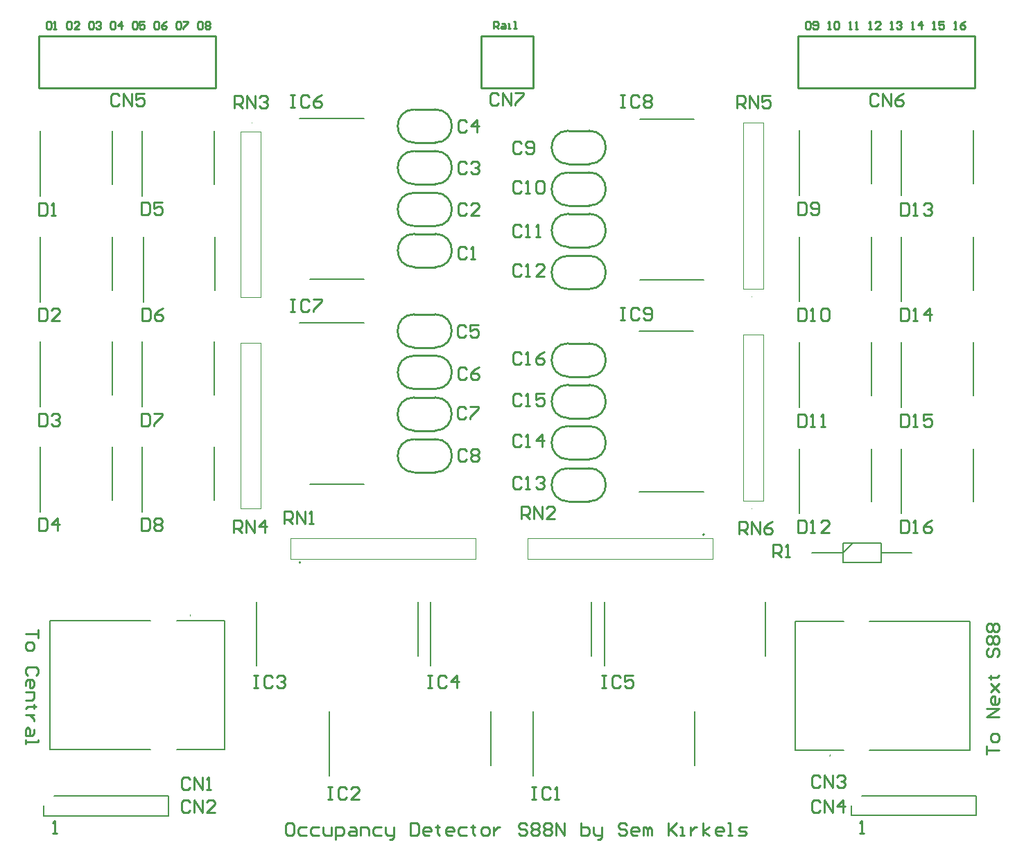
<source format=gbr>
G04*
G04 #@! TF.GenerationSoftware,Altium Limited,Altium Designer,23.7.1 (13)*
G04*
G04 Layer_Color=65535*
%FSLAX44Y44*%
%MOMM*%
G71*
G04*
G04 #@! TF.SameCoordinates,0CFD8679-3099-4179-8082-645FB237851B*
G04*
G04*
G04 #@! TF.FilePolarity,Positive*
G04*
G01*
G75*
%ADD10C,0.2540*%
%ADD11C,0.2000*%
%ADD12C,0.1000*%
D10*
X769620Y705302D02*
G03*
X769620Y745941I0J20320D01*
G01*
X744220D02*
G03*
X744220Y705302I0J-20320D01*
G01*
X769620Y807261D02*
G03*
X769620Y847901I0J20320D01*
G01*
X744220D02*
G03*
X744220Y807261I0J-20320D01*
G01*
X769438Y756281D02*
G03*
X769438Y796921I0J20320D01*
G01*
X744038D02*
G03*
X744038Y756281I0J-20320D01*
G01*
X769438Y857875D02*
G03*
X769438Y898515I0J20320D01*
G01*
X744038D02*
G03*
X744038Y857875I0J-20320D01*
G01*
X932180Y710403D02*
G03*
X932180Y669763I0J-20320D01*
G01*
X957580D02*
G03*
X957580Y710403I0J20320D01*
G01*
X932180Y761839D02*
G03*
X932180Y721199I0J-20320D01*
G01*
X957580D02*
G03*
X957580Y761839I0J20320D01*
G01*
X932180Y812261D02*
G03*
X932180Y771621I0J-20320D01*
G01*
X957580D02*
G03*
X957580Y812261I0J20320D01*
G01*
X932180Y862936D02*
G03*
X932180Y822296I0J-20320D01*
G01*
X957580D02*
G03*
X957580Y862936I0J20320D01*
G01*
X932180Y1122829D02*
G03*
X932180Y1082189I0J-20320D01*
G01*
X957580D02*
G03*
X957580Y1122829I0J20320D01*
G01*
X932180Y1071932D02*
G03*
X932180Y1031292I0J-20320D01*
G01*
X957580D02*
G03*
X957580Y1071932I0J20320D01*
G01*
X932180Y1021320D02*
G03*
X932180Y980680I0J-20320D01*
G01*
X957580D02*
G03*
X957580Y1021320I0J20320D01*
G01*
X932180Y969997D02*
G03*
X932180Y929357I0J-20320D01*
G01*
X957580D02*
G03*
X957580Y969997I0J20320D01*
G01*
X769620Y1108260D02*
G03*
X769620Y1148900I0J20320D01*
G01*
X744220D02*
G03*
X744220Y1108260I0J-20320D01*
G01*
Y1047048D02*
G03*
X744220Y1006408I0J-20320D01*
G01*
X769620D02*
G03*
X769620Y1047048I0J20320D01*
G01*
X744220Y1098117D02*
G03*
X744220Y1057477I0J-20320D01*
G01*
X769620D02*
G03*
X769620Y1098117I0J20320D01*
G01*
X744220Y996792D02*
G03*
X744220Y956152I0J-20320D01*
G01*
X769620D02*
G03*
X769620Y996792I0J20320D01*
G01*
X744220Y705302D02*
X769620D01*
X744220Y745941D02*
X769620D01*
X744220Y807261D02*
X769620D01*
X744220Y847901D02*
X769620D01*
X744038Y756281D02*
X769438D01*
X744038Y796921D02*
X769438D01*
X744038Y857875D02*
X769438D01*
X744038Y898515D02*
X769438D01*
X932180Y710403D02*
X957580D01*
X932180Y669763D02*
X957580D01*
X932180Y761839D02*
X957580D01*
X932180Y721199D02*
X957580D01*
X932180Y812261D02*
X957580D01*
X932180Y771621D02*
X957580D01*
X932180Y862936D02*
X957580D01*
X932180Y822296D02*
X957580D01*
X932180Y1122829D02*
X957580D01*
X932180Y1082189D02*
X957580D01*
X932180Y1071932D02*
X957580D01*
X932180Y1031292D02*
X957580D01*
X932180Y1021320D02*
X957580D01*
X932180Y980680D02*
X957580D01*
X932180Y969997D02*
X957580D01*
X932180Y929357D02*
X957580D01*
X744220Y1108260D02*
X769620D01*
X744220Y1148900D02*
X769620D01*
X825450Y1175164D02*
Y1238664D01*
X888950Y1175164D02*
Y1238664D01*
X825450D02*
X888950D01*
X825450Y1175164D02*
X888950D01*
X744220Y1047048D02*
X769620D01*
X744220Y1006408D02*
X769620D01*
X744220Y1098117D02*
X769620D01*
X744220Y1057477D02*
X769620D01*
X744220Y996792D02*
X769620D01*
X744220Y956152D02*
X769620D01*
X1212850Y1174750D02*
Y1238250D01*
X1428750Y1174750D02*
Y1238250D01*
X1212850D02*
X1428750D01*
X1212850Y1174750D02*
X1428750D01*
X285750D02*
Y1238250D01*
X501650Y1174750D02*
Y1238250D01*
X285750D02*
X501650D01*
X285750Y1174750D02*
X501650D01*
X807720Y979010D02*
X805181Y981549D01*
X800102D01*
X797563Y979010D01*
Y968853D01*
X800102Y966314D01*
X805181D01*
X807720Y968853D01*
X812798Y966314D02*
X817877D01*
X815338D01*
Y981549D01*
X812798Y979010D01*
X807721Y1031806D02*
X805182Y1034346D01*
X800103D01*
X797564Y1031806D01*
Y1021650D01*
X800103Y1019110D01*
X805182D01*
X807721Y1021650D01*
X822956Y1019110D02*
X812799D01*
X822956Y1029267D01*
Y1031806D01*
X820417Y1034346D01*
X815338D01*
X812799Y1031806D01*
X807721Y1082875D02*
X805182Y1085414D01*
X800103D01*
X797564Y1082875D01*
Y1072718D01*
X800103Y1070179D01*
X805182D01*
X807721Y1072718D01*
X812799Y1082875D02*
X815338Y1085414D01*
X820417D01*
X822956Y1082875D01*
Y1080336D01*
X820417Y1077797D01*
X817878D01*
X820417D01*
X822956Y1075257D01*
Y1072718D01*
X820417Y1070179D01*
X815338D01*
X812799Y1072718D01*
X807721Y1133658D02*
X805182Y1136197D01*
X800103D01*
X797564Y1133658D01*
Y1123502D01*
X800103Y1120962D01*
X805182D01*
X807721Y1123502D01*
X820417Y1120962D02*
Y1136197D01*
X812799Y1128580D01*
X822956D01*
X807721Y731256D02*
X805182Y733795D01*
X800103D01*
X797564Y731256D01*
Y721099D01*
X800103Y718560D01*
X805182D01*
X807721Y721099D01*
X812799Y731256D02*
X815338Y733795D01*
X820417D01*
X822956Y731256D01*
Y728716D01*
X820417Y726177D01*
X822956Y723638D01*
Y721099D01*
X820417Y718560D01*
X815338D01*
X812799Y721099D01*
Y723638D01*
X815338Y726177D01*
X812799Y728716D01*
Y731256D01*
X815338Y726177D02*
X820417D01*
X807721Y831179D02*
X805182Y833718D01*
X800103D01*
X797564Y831179D01*
Y821022D01*
X800103Y818483D01*
X805182D01*
X807721Y821022D01*
X822956Y833718D02*
X817878Y831179D01*
X812799Y826100D01*
Y821022D01*
X815338Y818483D01*
X820417D01*
X822956Y821022D01*
Y823561D01*
X820417Y826100D01*
X812799D01*
X807539Y783037D02*
X805000Y785577D01*
X799921D01*
X797382Y783037D01*
Y772881D01*
X799921Y770341D01*
X805000D01*
X807539Y772881D01*
X812617Y785577D02*
X822774D01*
Y783037D01*
X812617Y772881D01*
Y770341D01*
X807539Y883274D02*
X805000Y885813D01*
X799921D01*
X797382Y883274D01*
Y873117D01*
X799921Y870578D01*
X805000D01*
X807539Y873117D01*
X822774Y885813D02*
X812617D01*
Y878195D01*
X817696Y880734D01*
X820235D01*
X822774Y878195D01*
Y873117D01*
X820235Y870578D01*
X815156D01*
X812617Y873117D01*
X875033Y697701D02*
X872494Y700241D01*
X867415D01*
X864876Y697701D01*
Y687545D01*
X867415Y685005D01*
X872494D01*
X875033Y687545D01*
X880111Y685005D02*
X885190D01*
X882650D01*
Y700241D01*
X880111Y697701D01*
X892807D02*
X895346Y700241D01*
X900425D01*
X902964Y697701D01*
Y695162D01*
X900425Y692623D01*
X897886D01*
X900425D01*
X902964Y690084D01*
Y687545D01*
X900425Y685005D01*
X895346D01*
X892807Y687545D01*
X875033Y749137D02*
X872494Y751676D01*
X867415D01*
X864876Y749137D01*
Y738980D01*
X867415Y736441D01*
X872494D01*
X875033Y738980D01*
X880111Y736441D02*
X885190D01*
X882650D01*
Y751676D01*
X880111Y749137D01*
X900425Y736441D02*
Y751676D01*
X892807Y744059D01*
X902964D01*
X875033Y799559D02*
X872494Y802098D01*
X867415D01*
X864876Y799559D01*
Y789403D01*
X867415Y786863D01*
X872494D01*
X875033Y789403D01*
X880111Y786863D02*
X885190D01*
X882650D01*
Y802098D01*
X880111Y799559D01*
X902964Y802098D02*
X892807D01*
Y794481D01*
X897886Y797020D01*
X900425D01*
X902964Y794481D01*
Y789403D01*
X900425Y786863D01*
X895346D01*
X892807Y789403D01*
X875033Y850235D02*
X872494Y852774D01*
X867415D01*
X864876Y850235D01*
Y840078D01*
X867415Y837539D01*
X872494D01*
X875033Y840078D01*
X880111Y837539D02*
X885190D01*
X882650D01*
Y852774D01*
X880111Y850235D01*
X902964Y852774D02*
X897886Y850235D01*
X892807Y845156D01*
Y840078D01*
X895346Y837539D01*
X900425D01*
X902964Y840078D01*
Y842617D01*
X900425Y845156D01*
X892807D01*
X874597Y1107598D02*
X872058Y1110138D01*
X866980D01*
X864441Y1107598D01*
Y1097442D01*
X866980Y1094903D01*
X872058D01*
X874597Y1097442D01*
X879676D02*
X882215Y1094903D01*
X887293D01*
X889833Y1097442D01*
Y1107598D01*
X887293Y1110138D01*
X882215D01*
X879676Y1107598D01*
Y1105059D01*
X882215Y1102520D01*
X889833D01*
X875033Y1059230D02*
X872494Y1061770D01*
X867415D01*
X864876Y1059230D01*
Y1049074D01*
X867415Y1046535D01*
X872494D01*
X875033Y1049074D01*
X880111Y1046535D02*
X885190D01*
X882650D01*
Y1061770D01*
X880111Y1059230D01*
X892807D02*
X895346Y1061770D01*
X900425D01*
X902964Y1059230D01*
Y1049074D01*
X900425Y1046535D01*
X895346D01*
X892807Y1049074D01*
Y1059230D01*
X875032Y1006078D02*
X872493Y1008617D01*
X867414D01*
X864875Y1006078D01*
Y995922D01*
X867414Y993382D01*
X872493D01*
X875032Y995922D01*
X880110Y993382D02*
X885189D01*
X882650D01*
Y1008617D01*
X880110Y1006078D01*
X892806Y993382D02*
X897885D01*
X895346D01*
Y1008617D01*
X892806Y1006078D01*
X875033Y957295D02*
X872494Y959835D01*
X867415D01*
X864876Y957295D01*
Y947139D01*
X867415Y944600D01*
X872494D01*
X875033Y947139D01*
X880111Y944600D02*
X885190D01*
X882650D01*
Y959835D01*
X880111Y957295D01*
X902964Y944600D02*
X892807D01*
X902964Y954756D01*
Y957295D01*
X900425Y959835D01*
X895346D01*
X892807Y957295D01*
X874776Y648208D02*
Y663443D01*
X882393D01*
X884933Y660904D01*
Y655826D01*
X882393Y653286D01*
X874776D01*
X879854D02*
X884933Y648208D01*
X890011D02*
Y663443D01*
X900168Y648208D01*
Y663443D01*
X915403Y648208D02*
X905246D01*
X915403Y658365D01*
Y660904D01*
X912864Y663443D01*
X907785D01*
X905246Y660904D01*
X996188Y1166363D02*
X1001266D01*
X998727D01*
Y1151128D01*
X996188D01*
X1001266D01*
X1019041Y1163824D02*
X1016501Y1166363D01*
X1011423D01*
X1008884Y1163824D01*
Y1153667D01*
X1011423Y1151128D01*
X1016501D01*
X1019041Y1153667D01*
X1024119Y1163824D02*
X1026658Y1166363D01*
X1031737D01*
X1034276Y1163824D01*
Y1161285D01*
X1031737Y1158745D01*
X1034276Y1156206D01*
Y1153667D01*
X1031737Y1151128D01*
X1026658D01*
X1024119Y1153667D01*
Y1156206D01*
X1026658Y1158745D01*
X1024119Y1161285D01*
Y1163824D01*
X1026658Y1158745D02*
X1031737D01*
X593344Y1166871D02*
X598422D01*
X595883D01*
Y1151636D01*
X593344D01*
X598422D01*
X616197Y1164332D02*
X613657Y1166871D01*
X608579D01*
X606040Y1164332D01*
Y1154175D01*
X608579Y1151636D01*
X613657D01*
X616197Y1154175D01*
X631432Y1166871D02*
X626353Y1164332D01*
X621275Y1159253D01*
Y1154175D01*
X623814Y1151636D01*
X628893D01*
X631432Y1154175D01*
Y1156714D01*
X628893Y1159253D01*
X621275D01*
X594357Y276853D02*
X589279D01*
X586740Y274314D01*
Y264158D01*
X589279Y261618D01*
X594357D01*
X596897Y264158D01*
Y274314D01*
X594357Y276853D01*
X612132Y271775D02*
X604514D01*
X601975Y269236D01*
Y264158D01*
X604514Y261618D01*
X612132D01*
X627367Y271775D02*
X619749D01*
X617210Y269236D01*
Y264158D01*
X619749Y261618D01*
X627367D01*
X632445Y271775D02*
Y264158D01*
X634984Y261618D01*
X642602D01*
Y271775D01*
X647680Y256540D02*
Y271775D01*
X655298D01*
X657837Y269236D01*
Y264158D01*
X655298Y261618D01*
X647680D01*
X665454Y271775D02*
X670533D01*
X673072Y269236D01*
Y261618D01*
X665454D01*
X662915Y264158D01*
X665454Y266697D01*
X673072D01*
X678150Y261618D02*
Y271775D01*
X685768D01*
X688307Y269236D01*
Y261618D01*
X703542Y271775D02*
X695925D01*
X693385Y269236D01*
Y264158D01*
X695925Y261618D01*
X703542D01*
X708621Y271775D02*
Y264158D01*
X711160Y261618D01*
X718777D01*
Y259079D01*
X716238Y256540D01*
X713699D01*
X718777Y261618D02*
Y271775D01*
X739091Y276853D02*
Y261618D01*
X746708D01*
X749247Y264158D01*
Y274314D01*
X746708Y276853D01*
X739091D01*
X761943Y261618D02*
X756865D01*
X754326Y264158D01*
Y269236D01*
X756865Y271775D01*
X761943D01*
X764482Y269236D01*
Y266697D01*
X754326D01*
X772100Y274314D02*
Y271775D01*
X769561D01*
X774639D01*
X772100D01*
Y264158D01*
X774639Y261618D01*
X789874D02*
X784796D01*
X782257Y264158D01*
Y269236D01*
X784796Y271775D01*
X789874D01*
X792413Y269236D01*
Y266697D01*
X782257D01*
X807648Y271775D02*
X800031D01*
X797492Y269236D01*
Y264158D01*
X800031Y261618D01*
X807648D01*
X815266Y274314D02*
Y271775D01*
X812727D01*
X817805D01*
X815266D01*
Y264158D01*
X817805Y261618D01*
X827962D02*
X833040D01*
X835580Y264158D01*
Y269236D01*
X833040Y271775D01*
X827962D01*
X825423Y269236D01*
Y264158D01*
X827962Y261618D01*
X840658Y271775D02*
Y261618D01*
Y266697D01*
X843197Y269236D01*
X845736Y271775D01*
X848275D01*
X881285Y274314D02*
X878745Y276853D01*
X873667D01*
X871128Y274314D01*
Y271775D01*
X873667Y269236D01*
X878745D01*
X881285Y266697D01*
Y264158D01*
X878745Y261618D01*
X873667D01*
X871128Y264158D01*
X886363Y274314D02*
X888902Y276853D01*
X893981D01*
X896520Y274314D01*
Y271775D01*
X893981Y269236D01*
X896520Y266697D01*
Y264158D01*
X893981Y261618D01*
X888902D01*
X886363Y264158D01*
Y266697D01*
X888902Y269236D01*
X886363Y271775D01*
Y274314D01*
X888902Y269236D02*
X893981D01*
X901598Y274314D02*
X904137Y276853D01*
X909216D01*
X911755Y274314D01*
Y271775D01*
X909216Y269236D01*
X911755Y266697D01*
Y264158D01*
X909216Y261618D01*
X904137D01*
X901598Y264158D01*
Y266697D01*
X904137Y269236D01*
X901598Y271775D01*
Y274314D01*
X904137Y269236D02*
X909216D01*
X916833Y261618D02*
Y276853D01*
X926990Y261618D01*
Y276853D01*
X947303D02*
Y261618D01*
X954921D01*
X957460Y264158D01*
Y266697D01*
Y269236D01*
X954921Y271775D01*
X947303D01*
X962538D02*
Y264158D01*
X965078Y261618D01*
X972695D01*
Y259079D01*
X970156Y256540D01*
X967617D01*
X972695Y261618D02*
Y271775D01*
X1003165Y274314D02*
X1000626Y276853D01*
X995548D01*
X993009Y274314D01*
Y271775D01*
X995548Y269236D01*
X1000626D01*
X1003165Y266697D01*
Y264158D01*
X1000626Y261618D01*
X995548D01*
X993009Y264158D01*
X1015861Y261618D02*
X1010783D01*
X1008244Y264158D01*
Y269236D01*
X1010783Y271775D01*
X1015861D01*
X1018400Y269236D01*
Y266697D01*
X1008244D01*
X1023479Y261618D02*
Y271775D01*
X1026018D01*
X1028557Y269236D01*
Y261618D01*
Y269236D01*
X1031096Y271775D01*
X1033635Y269236D01*
Y261618D01*
X1053949Y276853D02*
Y261618D01*
Y266697D01*
X1064106Y276853D01*
X1056488Y269236D01*
X1064106Y261618D01*
X1069184D02*
X1074262D01*
X1071723D01*
Y271775D01*
X1069184D01*
X1081880D02*
Y261618D01*
Y266697D01*
X1084419Y269236D01*
X1086958Y271775D01*
X1089497D01*
X1097115Y261618D02*
Y276853D01*
Y266697D02*
X1104732Y271775D01*
X1097115Y266697D02*
X1104732Y261618D01*
X1119967D02*
X1114889D01*
X1112350Y264158D01*
Y269236D01*
X1114889Y271775D01*
X1119967D01*
X1122507Y269236D01*
Y266697D01*
X1112350D01*
X1127585Y261618D02*
X1132663D01*
X1130124D01*
Y276853D01*
X1127585D01*
X1140281Y261618D02*
X1147898D01*
X1150438Y264158D01*
X1147898Y266697D01*
X1142820D01*
X1140281Y269236D01*
X1142820Y271775D01*
X1150438D01*
X302260Y264160D02*
X307338D01*
X304799D01*
Y279395D01*
X302260Y276856D01*
X1287780Y264160D02*
X1292858D01*
X1290319D01*
Y279395D01*
X1287780Y276856D01*
X1442725Y360680D02*
Y370837D01*
Y365758D01*
X1457960D01*
Y378454D02*
Y383533D01*
X1455421Y386072D01*
X1450343D01*
X1447803Y383533D01*
Y378454D01*
X1450343Y375915D01*
X1455421D01*
X1457960Y378454D01*
Y406385D02*
X1442725D01*
X1457960Y416542D01*
X1442725D01*
X1457960Y429238D02*
Y424160D01*
X1455421Y421620D01*
X1450343D01*
X1447803Y424160D01*
Y429238D01*
X1450343Y431777D01*
X1452882D01*
Y421620D01*
X1447803Y436855D02*
X1457960Y447012D01*
X1452882Y441934D01*
X1447803Y447012D01*
X1457960Y436855D01*
X1445264Y454630D02*
X1447803D01*
Y452090D01*
Y457169D01*
Y454630D01*
X1455421D01*
X1457960Y457169D01*
X1445264Y490178D02*
X1442725Y487639D01*
Y482561D01*
X1445264Y480021D01*
X1447803D01*
X1450343Y482561D01*
Y487639D01*
X1452882Y490178D01*
X1455421D01*
X1457960Y487639D01*
Y482561D01*
X1455421Y480021D01*
X1445264Y495257D02*
X1442725Y497796D01*
Y502874D01*
X1445264Y505413D01*
X1447803D01*
X1450343Y502874D01*
X1452882Y505413D01*
X1455421D01*
X1457960Y502874D01*
Y497796D01*
X1455421Y495257D01*
X1452882D01*
X1450343Y497796D01*
X1447803Y495257D01*
X1445264D01*
X1450343Y497796D02*
Y502874D01*
X1445264Y510491D02*
X1442725Y513031D01*
Y518109D01*
X1445264Y520648D01*
X1447803D01*
X1450343Y518109D01*
X1452882Y520648D01*
X1455421D01*
X1457960Y518109D01*
Y513031D01*
X1455421Y510491D01*
X1452882D01*
X1450343Y513031D01*
X1447803Y510491D01*
X1445264D01*
X1450343Y513031D02*
Y518109D01*
X284475Y513080D02*
Y502923D01*
Y508002D01*
X269240D01*
Y495306D02*
Y490227D01*
X271779Y487688D01*
X276857D01*
X279397Y490227D01*
Y495306D01*
X276857Y497845D01*
X271779D01*
X269240Y495306D01*
X281936Y457218D02*
X284475Y459757D01*
Y464836D01*
X281936Y467375D01*
X271779D01*
X269240Y464836D01*
Y459757D01*
X271779Y457218D01*
X269240Y444522D02*
Y449600D01*
X271779Y452140D01*
X276857D01*
X279397Y449600D01*
Y444522D01*
X276857Y441983D01*
X274318D01*
Y452140D01*
X269240Y436905D02*
X279397D01*
Y429287D01*
X276857Y426748D01*
X269240D01*
X281936Y419130D02*
X279397D01*
Y421670D01*
Y416591D01*
Y419130D01*
X271779D01*
X269240Y416591D01*
X279397Y408974D02*
X269240D01*
X274318D01*
X276857Y406435D01*
X279397Y403895D01*
Y401356D01*
Y391199D02*
Y386121D01*
X276857Y383582D01*
X269240D01*
Y391199D01*
X271779Y393739D01*
X274318Y391199D01*
Y383582D01*
X269240Y378503D02*
Y373425D01*
Y375964D01*
X284475D01*
Y378503D01*
X840690Y1247555D02*
Y1256442D01*
X845133D01*
X846614Y1254961D01*
Y1251998D01*
X845133Y1250517D01*
X840690D01*
X843652D02*
X846614Y1247555D01*
X851058Y1253479D02*
X854020D01*
X855501Y1251998D01*
Y1247555D01*
X851058D01*
X849577Y1249036D01*
X851058Y1250517D01*
X855501D01*
X858464Y1247555D02*
X861426D01*
X859945D01*
Y1253479D01*
X858464D01*
X865870Y1247555D02*
X868832D01*
X867351D01*
Y1256442D01*
X865870D01*
X1221740Y1254758D02*
X1223263Y1256281D01*
X1226311D01*
X1227834Y1254758D01*
Y1248663D01*
X1226311Y1247140D01*
X1223263D01*
X1221740Y1248663D01*
Y1254758D01*
X1230881Y1248663D02*
X1232405Y1247140D01*
X1235452D01*
X1236975Y1248663D01*
Y1254758D01*
X1235452Y1256281D01*
X1232405D01*
X1230881Y1254758D01*
Y1253234D01*
X1232405Y1251711D01*
X1236975D01*
X1249163Y1247140D02*
X1252210D01*
X1250687D01*
Y1256281D01*
X1249163Y1254758D01*
X1256781D02*
X1258304Y1256281D01*
X1261351D01*
X1262875Y1254758D01*
Y1248663D01*
X1261351Y1247140D01*
X1258304D01*
X1256781Y1248663D01*
Y1254758D01*
X1275063Y1247140D02*
X1278110D01*
X1276586D01*
Y1256281D01*
X1275063Y1254758D01*
X1282680Y1247140D02*
X1285727D01*
X1284204D01*
Y1256281D01*
X1282680Y1254758D01*
X1299439Y1247140D02*
X1302486D01*
X1300962D01*
Y1256281D01*
X1299439Y1254758D01*
X1313150Y1247140D02*
X1307056D01*
X1313150Y1253234D01*
Y1254758D01*
X1311627Y1256281D01*
X1308580D01*
X1307056Y1254758D01*
X1325339Y1247140D02*
X1328386D01*
X1326862D01*
Y1256281D01*
X1325339Y1254758D01*
X1332956D02*
X1334480Y1256281D01*
X1337527D01*
X1339050Y1254758D01*
Y1253234D01*
X1337527Y1251711D01*
X1336003D01*
X1337527D01*
X1339050Y1250187D01*
Y1248663D01*
X1337527Y1247140D01*
X1334480D01*
X1332956Y1248663D01*
X1351238Y1247140D02*
X1354285D01*
X1352762D01*
Y1256281D01*
X1351238Y1254758D01*
X1363426Y1247140D02*
Y1256281D01*
X1358856Y1251711D01*
X1364950D01*
X1377138Y1247140D02*
X1380185D01*
X1378661D01*
Y1256281D01*
X1377138Y1254758D01*
X1390849Y1256281D02*
X1384755D01*
Y1251711D01*
X1387802Y1253234D01*
X1389326D01*
X1390849Y1251711D01*
Y1248663D01*
X1389326Y1247140D01*
X1386279D01*
X1384755Y1248663D01*
X1403038Y1247140D02*
X1406084D01*
X1404561D01*
Y1256281D01*
X1403038Y1254758D01*
X1416749Y1256281D02*
X1413702Y1254758D01*
X1410655Y1251711D01*
Y1248663D01*
X1412179Y1247140D01*
X1415226D01*
X1416749Y1248663D01*
Y1250187D01*
X1415226Y1251711D01*
X1410655D01*
X294640Y1254546D02*
X296121Y1256027D01*
X299084D01*
X300565Y1254546D01*
Y1248621D01*
X299084Y1247140D01*
X296121D01*
X294640Y1248621D01*
Y1254546D01*
X303527Y1247140D02*
X306490D01*
X305008D01*
Y1256027D01*
X303527Y1254546D01*
X319820D02*
X321301Y1256027D01*
X324264D01*
X325745Y1254546D01*
Y1248621D01*
X324264Y1247140D01*
X321301D01*
X319820Y1248621D01*
Y1254546D01*
X334632Y1247140D02*
X328707D01*
X334632Y1253065D01*
Y1254546D01*
X333151Y1256027D01*
X330188D01*
X328707Y1254546D01*
X346482D02*
X347963Y1256027D01*
X350925D01*
X352406Y1254546D01*
Y1248621D01*
X350925Y1247140D01*
X347963D01*
X346482Y1248621D01*
Y1254546D01*
X355369D02*
X356850Y1256027D01*
X359812D01*
X361293Y1254546D01*
Y1253065D01*
X359812Y1251584D01*
X358331D01*
X359812D01*
X361293Y1250102D01*
Y1248621D01*
X359812Y1247140D01*
X356850D01*
X355369Y1248621D01*
X373143Y1254546D02*
X374624Y1256027D01*
X377587D01*
X379068Y1254546D01*
Y1248621D01*
X377587Y1247140D01*
X374624D01*
X373143Y1248621D01*
Y1254546D01*
X386474Y1247140D02*
Y1256027D01*
X382030Y1251584D01*
X387955D01*
X399804Y1254546D02*
X401286Y1256027D01*
X404248D01*
X405729Y1254546D01*
Y1248621D01*
X404248Y1247140D01*
X401286D01*
X399804Y1248621D01*
Y1254546D01*
X414616Y1256027D02*
X408691D01*
Y1251584D01*
X411654Y1253065D01*
X413135D01*
X414616Y1251584D01*
Y1248621D01*
X413135Y1247140D01*
X410173D01*
X408691Y1248621D01*
X426466Y1254546D02*
X427947Y1256027D01*
X430909D01*
X432391Y1254546D01*
Y1248621D01*
X430909Y1247140D01*
X427947D01*
X426466Y1248621D01*
Y1254546D01*
X441278Y1256027D02*
X438315Y1254546D01*
X435353Y1251584D01*
Y1248621D01*
X436834Y1247140D01*
X439796D01*
X441278Y1248621D01*
Y1250102D01*
X439796Y1251584D01*
X435353D01*
X453127Y1254546D02*
X454608Y1256027D01*
X457571D01*
X459052Y1254546D01*
Y1248621D01*
X457571Y1247140D01*
X454608D01*
X453127Y1248621D01*
Y1254546D01*
X462014Y1256027D02*
X467939D01*
Y1254546D01*
X462014Y1248621D01*
Y1247140D01*
X479789Y1254546D02*
X481270Y1256027D01*
X484232D01*
X485713Y1254546D01*
Y1248621D01*
X484232Y1247140D01*
X481270D01*
X479789Y1248621D01*
Y1254546D01*
X488676D02*
X490157Y1256027D01*
X493119D01*
X494600Y1254546D01*
Y1253065D01*
X493119Y1251584D01*
X494600Y1250102D01*
Y1248621D01*
X493119Y1247140D01*
X490157D01*
X488676Y1248621D01*
Y1250102D01*
X490157Y1251584D01*
X488676Y1253065D01*
Y1254546D01*
X490157Y1251584D02*
X493119D01*
X887735Y320697D02*
X892814D01*
X890275D01*
Y305462D01*
X887735D01*
X892814D01*
X910588Y318158D02*
X908049Y320697D01*
X902970D01*
X900431Y318158D01*
Y308001D01*
X902970Y305462D01*
X908049D01*
X910588Y308001D01*
X915666Y305462D02*
X920745D01*
X918205D01*
Y320697D01*
X915666Y318158D01*
X1182233Y601982D02*
Y617217D01*
X1189851D01*
X1192390Y614678D01*
Y609600D01*
X1189851Y607061D01*
X1182233D01*
X1187312D02*
X1192390Y601982D01*
X1197468D02*
X1202547D01*
X1200008D01*
Y617217D01*
X1197468Y614678D01*
X1239523Y302258D02*
X1236984Y304797D01*
X1231906D01*
X1229367Y302258D01*
Y292102D01*
X1231906Y289562D01*
X1236984D01*
X1239523Y292102D01*
X1244602Y289562D02*
Y304797D01*
X1254758Y289562D01*
Y304797D01*
X1267454Y289562D02*
Y304797D01*
X1259837Y297180D01*
X1269993D01*
X1239523Y332738D02*
X1236984Y335277D01*
X1231906D01*
X1229367Y332738D01*
Y322582D01*
X1231906Y320042D01*
X1236984D01*
X1239523Y322582D01*
X1244602Y320042D02*
Y335277D01*
X1254758Y320042D01*
Y335277D01*
X1259837Y332738D02*
X1262376Y335277D01*
X1267454D01*
X1269993Y332738D01*
Y330199D01*
X1267454Y327660D01*
X1264915D01*
X1267454D01*
X1269993Y325121D01*
Y322582D01*
X1267454Y320042D01*
X1262376D01*
X1259837Y322582D01*
X469903Y302258D02*
X467364Y304797D01*
X462286D01*
X459747Y302258D01*
Y292102D01*
X462286Y289562D01*
X467364D01*
X469903Y292102D01*
X474982Y289562D02*
Y304797D01*
X485138Y289562D01*
Y304797D01*
X500373Y289562D02*
X490217D01*
X500373Y299719D01*
Y302258D01*
X497834Y304797D01*
X492756D01*
X490217Y302258D01*
X469902Y330198D02*
X467363Y332738D01*
X462285D01*
X459746Y330198D01*
Y320042D01*
X462285Y317502D01*
X467363D01*
X469902Y320042D01*
X474981Y317502D02*
Y332738D01*
X485138Y317502D01*
Y332738D01*
X490216Y317502D02*
X495294D01*
X492755D01*
Y332738D01*
X490216Y330198D01*
X1140467Y629922D02*
Y645157D01*
X1148084D01*
X1150623Y642618D01*
Y637540D01*
X1148084Y635001D01*
X1140467D01*
X1145545D02*
X1150623Y629922D01*
X1155702D02*
Y645157D01*
X1165858Y629922D01*
Y645157D01*
X1181093D02*
X1176015Y642618D01*
X1170937Y637540D01*
Y632462D01*
X1173476Y629922D01*
X1178554D01*
X1181093Y632462D01*
Y635001D01*
X1178554Y637540D01*
X1170937D01*
X1137927Y1150622D02*
Y1165857D01*
X1145544D01*
X1148083Y1163318D01*
Y1158240D01*
X1145544Y1155701D01*
X1137927D01*
X1143005D02*
X1148083Y1150622D01*
X1153162D02*
Y1165857D01*
X1163318Y1150622D01*
Y1165857D01*
X1178553D02*
X1168397D01*
Y1158240D01*
X1173475Y1160779D01*
X1176014D01*
X1178553Y1158240D01*
Y1153162D01*
X1176014Y1150622D01*
X1170936D01*
X1168397Y1153162D01*
X523871Y631173D02*
Y646408D01*
X531489D01*
X534028Y643869D01*
Y638791D01*
X531489Y636252D01*
X523871D01*
X528950D02*
X534028Y631173D01*
X539106D02*
Y646408D01*
X549263Y631173D01*
Y646408D01*
X561959Y631173D02*
Y646408D01*
X554342Y638791D01*
X564498D01*
X524002Y1150366D02*
Y1165601D01*
X531619D01*
X534159Y1163062D01*
Y1157983D01*
X531619Y1155444D01*
X524002D01*
X529080D02*
X534159Y1150366D01*
X539237D02*
Y1165601D01*
X549394Y1150366D01*
Y1165601D01*
X554472Y1163062D02*
X557011Y1165601D01*
X562090D01*
X564629Y1163062D01*
Y1160523D01*
X562090Y1157983D01*
X559551D01*
X562090D01*
X564629Y1155444D01*
Y1152905D01*
X562090Y1150366D01*
X557011D01*
X554472Y1152905D01*
X585216Y642620D02*
Y657855D01*
X592834D01*
X595373Y655316D01*
Y650238D01*
X592834Y647698D01*
X585216D01*
X590294D02*
X595373Y642620D01*
X600451D02*
Y657855D01*
X610608Y642620D01*
Y657855D01*
X615686Y642620D02*
X620765D01*
X618225D01*
Y657855D01*
X615686Y655316D01*
X995934Y906775D02*
X1001012D01*
X998473D01*
Y891540D01*
X995934D01*
X1001012D01*
X1018787Y904236D02*
X1016247Y906775D01*
X1011169D01*
X1008630Y904236D01*
Y894079D01*
X1011169Y891540D01*
X1016247D01*
X1018787Y894079D01*
X1023865D02*
X1026404Y891540D01*
X1031482D01*
X1034022Y894079D01*
Y904236D01*
X1031482Y906775D01*
X1026404D01*
X1023865Y904236D01*
Y901697D01*
X1026404Y899157D01*
X1034022D01*
X593344Y916681D02*
X598422D01*
X595883D01*
Y901446D01*
X593344D01*
X598422D01*
X616197Y914142D02*
X613657Y916681D01*
X608579D01*
X606040Y914142D01*
Y903985D01*
X608579Y901446D01*
X613657D01*
X616197Y903985D01*
X621275Y916681D02*
X631432D01*
Y914142D01*
X621275Y903985D01*
Y901446D01*
X973174Y457198D02*
X978253D01*
X975713D01*
Y441963D01*
X973174D01*
X978253D01*
X996027Y454658D02*
X993488Y457198D01*
X988409D01*
X985870Y454658D01*
Y444502D01*
X988409Y441963D01*
X993488D01*
X996027Y444502D01*
X1011262Y457198D02*
X1001105D01*
Y449580D01*
X1006184Y452119D01*
X1008723D01*
X1011262Y449580D01*
Y444502D01*
X1008723Y441963D01*
X1003644D01*
X1001105Y444502D01*
X760736Y457197D02*
X765815D01*
X763275D01*
Y441963D01*
X760736D01*
X765815D01*
X783589Y454658D02*
X781050Y457197D01*
X775971D01*
X773432Y454658D01*
Y444502D01*
X775971Y441963D01*
X781050D01*
X783589Y444502D01*
X796285Y441963D02*
Y457197D01*
X788667Y449580D01*
X798824D01*
X548454Y457197D02*
X553532D01*
X550993D01*
Y441963D01*
X548454D01*
X553532D01*
X571306Y454658D02*
X568767Y457197D01*
X563689D01*
X561150Y454658D01*
Y444502D01*
X563689Y441963D01*
X568767D01*
X571306Y444502D01*
X576385Y454658D02*
X578924Y457197D01*
X584002D01*
X586542Y454658D01*
Y452119D01*
X584002Y449580D01*
X581463D01*
X584002D01*
X586542Y447041D01*
Y444502D01*
X584002Y441963D01*
X578924D01*
X576385Y444502D01*
X639036Y320697D02*
X644114D01*
X641575D01*
Y305462D01*
X639036D01*
X644114D01*
X661888Y318158D02*
X659349Y320697D01*
X654271D01*
X651731Y318158D01*
Y308001D01*
X654271Y305462D01*
X659349D01*
X661888Y308001D01*
X677123Y305462D02*
X666967D01*
X677123Y315619D01*
Y318158D01*
X674584Y320697D01*
X669506D01*
X666967Y318158D01*
X1337934Y646388D02*
Y631153D01*
X1345551D01*
X1348090Y633692D01*
Y643849D01*
X1345551Y646388D01*
X1337934D01*
X1353169Y631153D02*
X1358247D01*
X1355708D01*
Y646388D01*
X1353169Y643849D01*
X1376021Y646388D02*
X1370943Y643849D01*
X1365865Y638770D01*
Y633692D01*
X1368404Y631153D01*
X1373482D01*
X1376021Y633692D01*
Y636231D01*
X1373482Y638770D01*
X1365865D01*
X1337774Y776367D02*
Y761132D01*
X1345392D01*
X1347931Y763671D01*
Y773828D01*
X1345392Y776367D01*
X1337774D01*
X1353009Y761132D02*
X1358087D01*
X1355548D01*
Y776367D01*
X1353009Y773828D01*
X1375862Y776367D02*
X1365705D01*
Y768749D01*
X1370783Y771288D01*
X1373322D01*
X1375862Y768749D01*
Y763671D01*
X1373322Y761132D01*
X1368244D01*
X1365705Y763671D01*
X1338051Y905599D02*
Y890364D01*
X1345669D01*
X1348208Y892903D01*
Y903060D01*
X1345669Y905599D01*
X1338051D01*
X1353286Y890364D02*
X1358365D01*
X1355826D01*
Y905599D01*
X1353286Y903060D01*
X1373600Y890364D02*
Y905599D01*
X1365982Y897982D01*
X1376139D01*
X1337883Y1034951D02*
Y1019716D01*
X1345500D01*
X1348040Y1022255D01*
Y1032412D01*
X1345500Y1034951D01*
X1337883D01*
X1353118Y1019716D02*
X1358196D01*
X1355657D01*
Y1034951D01*
X1353118Y1032412D01*
X1365814D02*
X1368353Y1034951D01*
X1373431D01*
X1375971Y1032412D01*
Y1029873D01*
X1373431Y1027334D01*
X1370892D01*
X1373431D01*
X1375971Y1024795D01*
Y1022255D01*
X1373431Y1019716D01*
X1368353D01*
X1365814Y1022255D01*
X1213001Y646572D02*
Y631337D01*
X1220618D01*
X1223158Y633877D01*
Y644033D01*
X1220618Y646572D01*
X1213001D01*
X1228236Y631337D02*
X1233314D01*
X1230775D01*
Y646572D01*
X1228236Y644033D01*
X1251088Y631337D02*
X1240932D01*
X1251088Y641494D01*
Y644033D01*
X1248549Y646572D01*
X1243471D01*
X1240932Y644033D01*
X1212878Y776047D02*
Y760811D01*
X1220496D01*
X1223035Y763351D01*
Y773507D01*
X1220496Y776047D01*
X1212878D01*
X1228113Y760811D02*
X1233192D01*
X1230652D01*
Y776047D01*
X1228113Y773507D01*
X1240809Y760811D02*
X1245888D01*
X1243348D01*
Y776047D01*
X1240809Y773507D01*
X1212762Y905488D02*
Y890253D01*
X1220379D01*
X1222918Y892793D01*
Y902949D01*
X1220379Y905488D01*
X1212762D01*
X1227997Y890253D02*
X1233075D01*
X1230536D01*
Y905488D01*
X1227997Y902949D01*
X1240692D02*
X1243232Y905488D01*
X1248310D01*
X1250849Y902949D01*
Y892793D01*
X1248310Y890253D01*
X1243232D01*
X1240692Y892793D01*
Y902949D01*
X1212632Y1035156D02*
Y1019921D01*
X1220249D01*
X1222789Y1022461D01*
Y1032617D01*
X1220249Y1035156D01*
X1212632D01*
X1227867Y1022461D02*
X1230406Y1019921D01*
X1235484D01*
X1238024Y1022461D01*
Y1032617D01*
X1235484Y1035156D01*
X1230406D01*
X1227867Y1032617D01*
Y1030078D01*
X1230406Y1027539D01*
X1238024D01*
X411116Y649067D02*
Y633832D01*
X418734D01*
X421273Y636371D01*
Y646527D01*
X418734Y649067D01*
X411116D01*
X426351Y646527D02*
X428890Y649067D01*
X433969D01*
X436508Y646527D01*
Y643988D01*
X433969Y641449D01*
X436508Y638910D01*
Y636371D01*
X433969Y633832D01*
X428890D01*
X426351Y636371D01*
Y638910D01*
X428890Y641449D01*
X426351Y643988D01*
Y646527D01*
X428890Y641449D02*
X433969D01*
X411116Y777337D02*
Y762102D01*
X418734D01*
X421273Y764641D01*
Y774798D01*
X418734Y777337D01*
X411116D01*
X426351D02*
X436508D01*
Y774798D01*
X426351Y764641D01*
Y762102D01*
X411764Y905607D02*
Y890372D01*
X419382D01*
X421921Y892911D01*
Y903067D01*
X419382Y905607D01*
X411764D01*
X437156D02*
X432077Y903067D01*
X426999Y897989D01*
Y892911D01*
X429538Y890372D01*
X434617D01*
X437156Y892911D01*
Y895450D01*
X434617Y897989D01*
X426999D01*
X411116Y1035147D02*
Y1019912D01*
X418734D01*
X421273Y1022451D01*
Y1032607D01*
X418734Y1035147D01*
X411116D01*
X436508D02*
X426351D01*
Y1027529D01*
X431429Y1030068D01*
X433969D01*
X436508Y1027529D01*
Y1022451D01*
X433969Y1019912D01*
X428890D01*
X426351Y1022451D01*
X285922Y649067D02*
Y633832D01*
X293540D01*
X296079Y636371D01*
Y646527D01*
X293540Y649067D01*
X285922D01*
X308775Y633832D02*
Y649067D01*
X301157Y641449D01*
X311314D01*
X285922Y777337D02*
Y762102D01*
X293540D01*
X296079Y764641D01*
Y774798D01*
X293540Y777337D01*
X285922D01*
X301157Y774798D02*
X303696Y777337D01*
X308775D01*
X311314Y774798D01*
Y772258D01*
X308775Y769719D01*
X306236D01*
X308775D01*
X311314Y767180D01*
Y764641D01*
X308775Y762102D01*
X303696D01*
X301157Y764641D01*
X285922Y905607D02*
Y890372D01*
X293540D01*
X296079Y892911D01*
Y903067D01*
X293540Y905607D01*
X285922D01*
X311314Y890372D02*
X301157D01*
X311314Y900528D01*
Y903067D01*
X308775Y905607D01*
X303696D01*
X301157Y903067D01*
X285921Y1034893D02*
Y1019658D01*
X293539D01*
X296078Y1022197D01*
Y1032354D01*
X293539Y1034893D01*
X285921D01*
X301156Y1019658D02*
X306235D01*
X303696D01*
Y1034893D01*
X301156Y1032354D01*
X847043Y1166273D02*
X844504Y1168812D01*
X839425D01*
X836886Y1166273D01*
Y1156116D01*
X839425Y1153577D01*
X844504D01*
X847043Y1156116D01*
X852121Y1153577D02*
Y1168812D01*
X862278Y1153577D01*
Y1168812D01*
X867356D02*
X877513D01*
Y1166273D01*
X867356Y1156116D01*
Y1153577D01*
X1310643Y1165858D02*
X1308104Y1168398D01*
X1303026D01*
X1300487Y1165858D01*
Y1155702D01*
X1303026Y1153163D01*
X1308104D01*
X1310643Y1155702D01*
X1315722Y1153163D02*
Y1168398D01*
X1325878Y1153163D01*
Y1168398D01*
X1341113D02*
X1336035Y1165858D01*
X1330957Y1160780D01*
Y1155702D01*
X1333496Y1153163D01*
X1338574D01*
X1341113Y1155702D01*
Y1158241D01*
X1338574Y1160780D01*
X1330957D01*
X383543Y1165858D02*
X381004Y1168398D01*
X375926D01*
X373387Y1165858D01*
Y1155702D01*
X375926Y1153163D01*
X381004D01*
X383543Y1155702D01*
X388622Y1153163D02*
Y1168398D01*
X398778Y1153163D01*
Y1168398D01*
X414013D02*
X403857D01*
Y1160780D01*
X408935Y1163319D01*
X411474D01*
X414013Y1160780D01*
Y1155702D01*
X411474Y1153163D01*
X406396D01*
X403857Y1155702D01*
D11*
X1096280Y629140D02*
G03*
X1098280Y629140I1000J0D01*
G01*
D02*
G03*
X1096280Y629140I-1000J0D01*
G01*
X1251722Y359812D02*
G03*
X1251722Y358812I0J-500D01*
G01*
Y359812D02*
G03*
X1251722Y358812I0J-500D01*
G01*
D02*
G03*
X1251722Y359812I0J500D01*
G01*
X470559Y530758D02*
G03*
X470559Y529758I0J-500D01*
G01*
D02*
G03*
X470559Y530758I0J500D01*
G01*
Y529758D02*
G03*
X470559Y530758I0J500D01*
G01*
X605520Y595140D02*
G03*
X603520Y595140I-1000J0D01*
G01*
D02*
G03*
X605520Y595140I1000J0D01*
G01*
X1019302Y1137398D02*
X1085301D01*
X1019302Y940498D02*
X1097651D01*
X616520Y941136D02*
X682519D01*
X604170Y1138036D02*
X682519D01*
X1019059Y681110D02*
X1097409D01*
X1019059Y878010D02*
X1085059D01*
X604170Y887865D02*
X682519D01*
X616520Y690964D02*
X682519D01*
X1086510Y347060D02*
Y413060D01*
X889610Y334710D02*
Y413060D01*
X837590Y347060D02*
Y413060D01*
X640690Y334710D02*
Y413060D01*
X1300222Y365762D02*
X1422723D01*
Y522762D01*
X1300222D02*
X1422723D01*
X1209722D02*
X1268223D01*
X1209722Y365762D02*
Y522762D01*
Y365762D02*
X1268223D01*
X454058Y523808D02*
X512559D01*
Y366808D02*
Y523808D01*
X454058Y366808D02*
X512559D01*
X299559D02*
X422059D01*
X299559D02*
Y523808D01*
X422059D01*
X1267580Y618810D02*
X1314080D01*
Y595310D02*
Y618810D01*
X1267580Y595310D02*
X1314080D01*
X1267580D02*
Y618810D01*
Y607060D02*
X1279330Y618810D01*
X1229830Y607060D02*
X1267580D01*
X1314080D02*
X1351830D01*
X291809Y285521D02*
Y297571D01*
Y285521D02*
X444209D01*
Y309621D01*
X304509D02*
X444209D01*
X1278073Y285759D02*
Y297809D01*
Y285759D02*
X1430473D01*
Y309859D01*
X1290773D02*
X1430473D01*
X1339270Y654975D02*
Y734225D01*
X1427270Y669225D02*
Y734225D01*
X1214330Y654975D02*
Y734225D01*
X1302330Y669225D02*
Y734225D01*
X1214330Y784938D02*
Y864188D01*
X1302330Y799188D02*
Y864188D01*
X1339270Y784938D02*
Y864188D01*
X1427270Y799188D02*
Y864188D01*
X1339270Y914003D02*
Y993253D01*
X1427270Y928253D02*
Y993253D01*
X1339270Y1043811D02*
Y1123061D01*
X1427270Y1058061D02*
Y1123061D01*
X1214330Y914003D02*
Y993253D01*
X1302330Y928253D02*
Y993253D01*
X1214330Y1043811D02*
Y1123061D01*
X1302330Y1058061D02*
Y1123061D01*
X1173246Y481138D02*
Y547138D01*
X976347Y468788D02*
Y547138D01*
X960808Y481138D02*
Y547138D01*
X763909Y468788D02*
Y547138D01*
X748526Y481138D02*
Y547138D01*
X551626Y468788D02*
Y547138D01*
X412170Y657285D02*
Y736535D01*
X500170Y671535D02*
Y736535D01*
X412170Y785555D02*
Y864805D01*
X500170Y799805D02*
Y864805D01*
X412170Y1043365D02*
Y1122615D01*
X500170Y1057615D02*
Y1122615D01*
X413072Y913825D02*
Y993075D01*
X501072Y928075D02*
Y993075D01*
X287230Y657285D02*
Y736535D01*
X375230Y671535D02*
Y736535D01*
X287230Y785555D02*
Y864805D01*
X375230Y799805D02*
Y864805D01*
X287230Y913825D02*
Y993075D01*
X375230Y928075D02*
Y993075D01*
X287230Y1043365D02*
Y1122615D01*
X375230Y1057615D02*
Y1122615D01*
D12*
X546196Y874555D02*
G03*
X546196Y873555I0J-500D01*
G01*
D02*
G03*
X546196Y874555I0J500D01*
G01*
X1156240Y920240D02*
G03*
X1156240Y919240I0J-500D01*
G01*
D02*
G03*
X1156240Y920240I0J500D01*
G01*
Y661160D02*
G03*
X1156240Y660160I0J-500D01*
G01*
D02*
G03*
X1156240Y661160I0J500D01*
G01*
X546300Y1131365D02*
G03*
X546300Y1132365I0J500D01*
G01*
D02*
G03*
X546300Y1131365I0J-500D01*
G01*
X882630Y599690D02*
X1108730D01*
X882630D02*
Y624590D01*
X1108730D01*
Y599690D02*
Y624590D01*
X556646Y661205D02*
Y863905D01*
X531745Y661205D02*
X556646D01*
X531745D02*
Y863905D01*
X556646D01*
X1145790Y929890D02*
X1170690D01*
Y1132590D01*
X1145790D02*
X1170690D01*
X1145790Y929890D02*
Y1132590D01*
Y670810D02*
X1170690D01*
Y873510D01*
X1145790D02*
X1170690D01*
X1145790Y670810D02*
Y873510D01*
X593070Y624590D02*
X819170D01*
Y599690D02*
Y624590D01*
X593070Y599690D02*
X819170D01*
X593070D02*
Y624590D01*
X531851Y1121715D02*
X556750D01*
X531851Y919015D02*
Y1121715D01*
Y919015D02*
X556750D01*
Y1121715D01*
M02*

</source>
